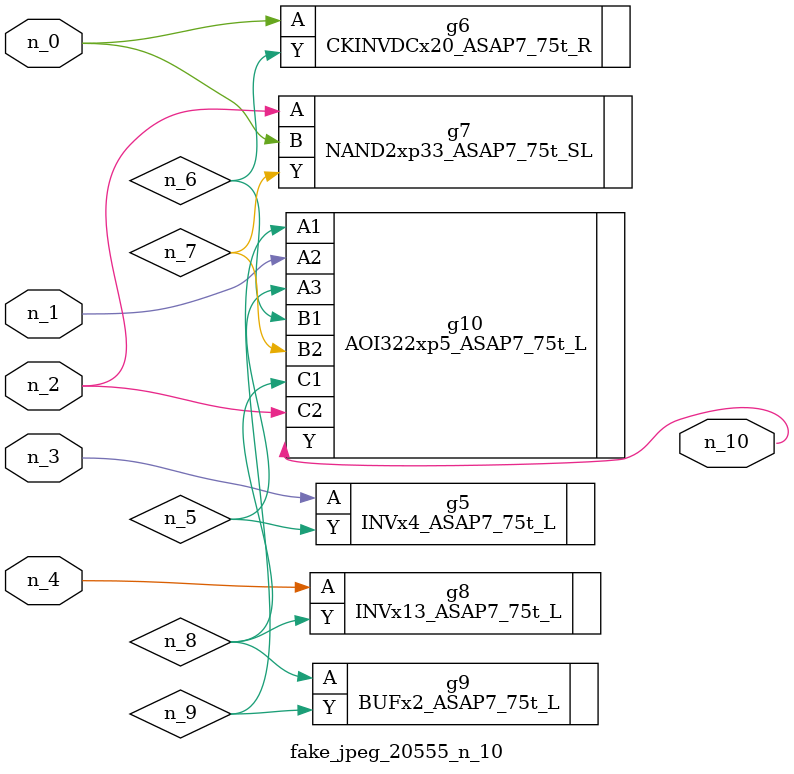
<source format=v>
module fake_jpeg_20555_n_10 (n_3, n_2, n_1, n_0, n_4, n_10);

input n_3;
input n_2;
input n_1;
input n_0;
input n_4;

output n_10;

wire n_8;
wire n_9;
wire n_6;
wire n_5;
wire n_7;

INVx4_ASAP7_75t_L g5 ( 
.A(n_3),
.Y(n_5)
);

CKINVDCx20_ASAP7_75t_R g6 ( 
.A(n_0),
.Y(n_6)
);

NAND2xp33_ASAP7_75t_SL g7 ( 
.A(n_2),
.B(n_0),
.Y(n_7)
);

INVx13_ASAP7_75t_L g8 ( 
.A(n_4),
.Y(n_8)
);

BUFx2_ASAP7_75t_L g9 ( 
.A(n_8),
.Y(n_9)
);

AOI322xp5_ASAP7_75t_L g10 ( 
.A1(n_9),
.A2(n_1),
.A3(n_5),
.B1(n_6),
.B2(n_7),
.C1(n_8),
.C2(n_2),
.Y(n_10)
);


endmodule
</source>
